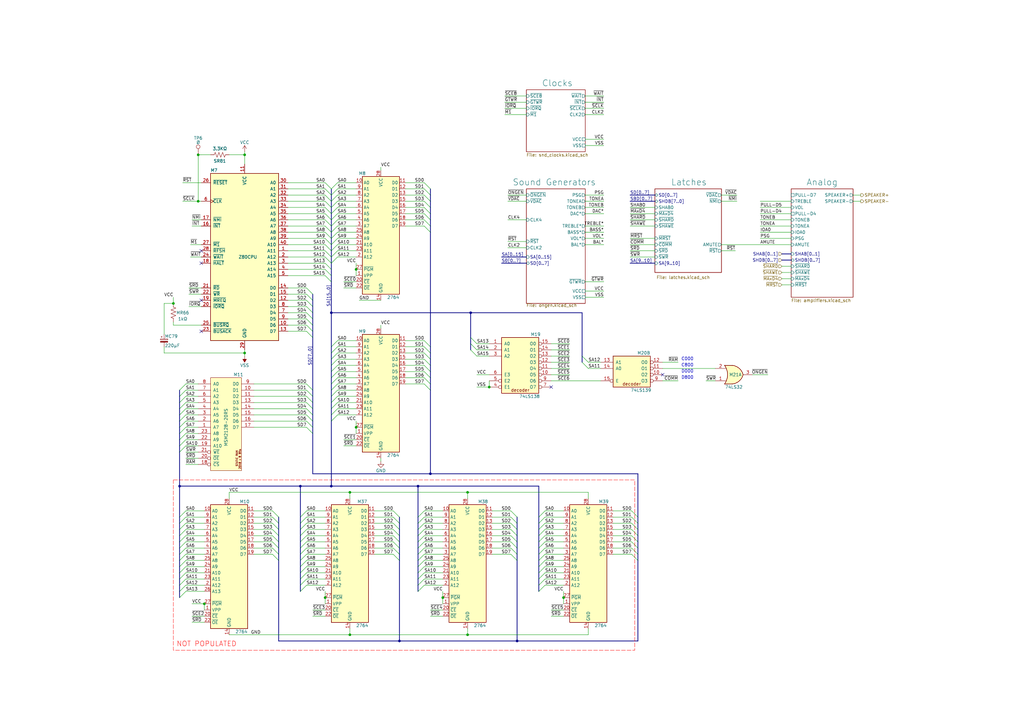
<source format=kicad_sch>
(kicad_sch (version 20231120) (generator "eeschema") (generator_version "8.0")
  (paper "A3")
  (title_block (title "Sound Board") (date "2024-11-16") (company "JOTEGO") (comment 1 "www.patreon.com/jotego") (comment 2 "José Tejada"))
  (junction (at 146.05 175.26))
  (junction (at 71.12 124.46))
  (junction (at 191.77 260.35))
  (junction (at 171.45 199.39))
  (junction (at 81.28 82.55))
  (junction (at 100.33 144.78))
  (junction (at 231.14 245.11))
  (junction (at 193.04 128.27))
  (junction (at 133.35 245.11))
  (junction (at 163.83 262.89))
  (junction (at 191.77 201.93))
  (junction (at 81.28 63.5))
  (junction (at 143.51 201.93))
  (junction (at 181.61 245.11))
  (junction (at 83.82 247.65))
  (junction (at 200.66 158.75))
  (junction (at 100.33 63.5))
  (junction (at 135.89 199.39))
  (junction (at 176.53 194.31))
  (junction (at 146.05 110.49))
  (junction (at 143.51 260.35))
  (junction (at 212.09 262.89))
  (junction (at 135.89 128.27))
  (junction (at 73.66 199.39))
  (junction (at 123.19 199.39))
  (no_connect (at 271.78 153.67))
  (no_connect (at 82.55 123.19))
  (no_connect (at 82.55 102.87))
  (no_connect (at 226.06 158.75))
  (no_connect (at 82.55 135.89))
  (no_connect (at 82.55 107.95))
  (bus_entry (at 138.43 92.71) (size -2.54 2.54))
  (bus_entry (at 223.52 217.17) (size -2.54 2.54))
  (bus_entry (at 259.08 212.09) (size 2.54 2.54))
  (bus_entry (at 76.2 162.56) (size -2.54 2.54))
  (bus_entry (at 76.2 237.49) (size -2.54 2.54))
  (bus_entry (at 133.35 100.33) (size 2.54 2.54))
  (bus_entry (at 173.99 222.25) (size -2.54 2.54))
  (bus_entry (at 138.43 102.87) (size -2.54 2.54))
  (bus_entry (at 173.99 219.71) (size -2.54 2.54))
  (bus_entry (at 76.2 182.88) (size -2.54 2.54))
  (bus_entry (at 125.73 234.95) (size -2.54 2.54))
  (bus_entry (at 173.99 92.71) (size 2.54 2.54))
  (bus_entry (at 76.2 232.41) (size -2.54 2.54))
  (bus_entry (at 161.29 224.79) (size 2.54 2.54))
  (bus_entry (at 161.29 217.17) (size 2.54 2.54))
  (bus_entry (at 223.52 229.87) (size -2.54 2.54))
  (bus_entry (at 259.08 224.79) (size 2.54 2.54))
  (bus_entry (at 138.43 170.18) (size -2.54 2.54))
  (bus_entry (at 125.73 222.25) (size -2.54 2.54))
  (bus_entry (at 173.99 229.87) (size -2.54 2.54))
  (bus_entry (at 223.52 209.55) (size -2.54 2.54))
  (bus_entry (at 223.52 227.33) (size -2.54 2.54))
  (bus_entry (at 125.73 128.27) (size 2.54 2.54))
  (bus_entry (at 209.55 224.79) (size 2.54 2.54))
  (bus_entry (at 111.76 222.25) (size 2.54 2.54))
  (bus_entry (at 161.29 212.09) (size 2.54 2.54))
  (bus_entry (at 133.35 82.55) (size 2.54 2.54))
  (bus_entry (at 125.73 224.79) (size -2.54 2.54))
  (bus_entry (at 111.76 214.63) (size 2.54 2.54))
  (bus_entry (at 76.2 209.55) (size -2.54 2.54))
  (bus_entry (at 161.29 227.33) (size 2.54 2.54))
  (bus_entry (at 138.43 165.1) (size -2.54 2.54))
  (bus_entry (at 193.04 138.43) (size 2.54 2.54))
  (bus_entry (at 173.99 90.17) (size 2.54 2.54))
  (bus_entry (at 76.2 217.17) (size -2.54 2.54))
  (bus_entry (at 173.99 152.4) (size 2.54 2.54))
  (bus_entry (at 133.35 107.95) (size 2.54 2.54))
  (bus_entry (at 138.43 82.55) (size -2.54 2.54))
  (bus_entry (at 173.99 139.7) (size 2.54 2.54))
  (bus_entry (at 133.35 85.09) (size 2.54 2.54))
  (bus_entry (at 223.52 240.03) (size -2.54 2.54))
  (bus_entry (at 125.73 120.65) (size 2.54 2.54))
  (bus_entry (at 76.2 222.25) (size -2.54 2.54))
  (bus_entry (at 133.35 92.71) (size 2.54 2.54))
  (bus_entry (at 209.55 209.55) (size 2.54 2.54))
  (bus_entry (at 209.55 217.17) (size 2.54 2.54))
  (bus_entry (at 76.2 229.87) (size -2.54 2.54))
  (bus_entry (at 125.73 133.35) (size 2.54 2.54))
  (bus_entry (at 111.76 217.17) (size 2.54 2.54))
  (bus_entry (at 76.2 242.57) (size -2.54 2.54))
  (bus_entry (at 125.73 217.17) (size -2.54 2.54))
  (bus_entry (at 133.35 97.79) (size 2.54 2.54))
  (bus_entry (at 76.2 219.71) (size -2.54 2.54))
  (bus_entry (at 209.55 227.33) (size 2.54 2.54))
  (bus_entry (at 138.43 77.47) (size -2.54 2.54))
  (bus_entry (at 125.73 118.11) (size 2.54 2.54))
  (bus_entry (at 76.2 165.1) (size -2.54 2.54))
  (bus_entry (at 138.43 95.25) (size -2.54 2.54))
  (bus_entry (at 111.76 224.79) (size 2.54 2.54))
  (bus_entry (at 133.35 113.03) (size 2.54 2.54))
  (bus_entry (at 238.76 146.05) (size 2.54 2.54))
  (bus_entry (at 223.52 237.49) (size -2.54 2.54))
  (bus_entry (at 138.43 167.64) (size -2.54 2.54))
  (bus_entry (at 76.2 180.34) (size -2.54 2.54))
  (bus_entry (at 173.99 82.55) (size 2.54 2.54))
  (bus_entry (at 138.43 85.09) (size -2.54 2.54))
  (bus_entry (at 173.99 224.79) (size -2.54 2.54))
  (bus_entry (at 173.99 234.95) (size -2.54 2.54))
  (bus_entry (at 125.73 130.81) (size 2.54 2.54))
  (bus_entry (at 125.73 219.71) (size -2.54 2.54))
  (bus_entry (at 138.43 80.01) (size -2.54 2.54))
  (bus_entry (at 138.43 105.41) (size -2.54 2.54))
  (bus_entry (at 238.76 148.59) (size 2.54 2.54))
  (bus_entry (at 76.2 227.33) (size -2.54 2.54))
  (bus_entry (at 138.43 160.02) (size -2.54 2.54))
  (bus_entry (at 76.2 234.95) (size -2.54 2.54))
  (bus_entry (at 76.2 167.64) (size -2.54 2.54))
  (bus_entry (at 125.73 214.63) (size -2.54 2.54))
  (bus_entry (at 76.2 160.02) (size -2.54 2.54))
  (bus_entry (at 76.2 157.48) (size -2.54 2.54))
  (bus_entry (at 193.04 143.51) (size 2.54 2.54))
  (bus_entry (at 111.76 227.33) (size 2.54 2.54))
  (bus_entry (at 76.2 170.18) (size -2.54 2.54))
  (bus_entry (at 173.99 232.41) (size -2.54 2.54))
  (bus_entry (at 173.99 154.94) (size 2.54 2.54))
  (bus_entry (at 133.35 95.25) (size 2.54 2.54))
  (bus_entry (at 138.43 162.56) (size -2.54 2.54))
  (bus_entry (at 161.29 214.63) (size 2.54 2.54))
  (bus_entry (at 138.43 147.32) (size -2.54 2.54))
  (bus_entry (at 223.52 212.09) (size -2.54 2.54))
  (bus_entry (at 76.2 224.79) (size -2.54 2.54))
  (bus_entry (at 173.99 80.01) (size 2.54 2.54))
  (bus_entry (at 111.76 209.55) (size 2.54 2.54))
  (bus_entry (at 173.99 217.17) (size -2.54 2.54))
  (bus_entry (at 223.52 214.63) (size -2.54 2.54))
  (bus_entry (at 125.73 167.64) (size 2.54 2.54))
  (bus_entry (at 223.52 224.79) (size -2.54 2.54))
  (bus_entry (at 125.73 229.87) (size -2.54 2.54))
  (bus_entry (at 125.73 237.49) (size -2.54 2.54))
  (bus_entry (at 125.73 170.18) (size 2.54 2.54))
  (bus_entry (at 223.52 222.25) (size -2.54 2.54))
  (bus_entry (at 173.99 214.63) (size -2.54 2.54))
  (bus_entry (at 76.2 212.09) (size -2.54 2.54))
  (bus_entry (at 138.43 90.17) (size -2.54 2.54))
  (bus_entry (at 161.29 209.55) (size 2.54 2.54))
  (bus_entry (at 133.35 110.49) (size 2.54 2.54))
  (bus_entry (at 209.55 214.63) (size 2.54 2.54))
  (bus_entry (at 173.99 240.03) (size -2.54 2.54))
  (bus_entry (at 125.73 240.03) (size -2.54 2.54))
  (bus_entry (at 173.99 77.47) (size 2.54 2.54))
  (bus_entry (at 161.29 219.71) (size 2.54 2.54))
  (bus_entry (at 259.08 222.25) (size 2.54 2.54))
  (bus_entry (at 173.99 237.49) (size -2.54 2.54))
  (bus_entry (at 125.73 212.09) (size -2.54 2.54))
  (bus_entry (at 138.43 144.78) (size -2.54 2.54))
  (bus_entry (at 138.43 157.48) (size -2.54 2.54))
  (bus_entry (at 133.35 102.87) (size 2.54 2.54))
  (bus_entry (at 223.52 219.71) (size -2.54 2.54))
  (bus_entry (at 223.52 232.41) (size -2.54 2.54))
  (bus_entry (at 133.35 77.47) (size 2.54 2.54))
  (bus_entry (at 125.73 209.55) (size -2.54 2.54))
  (bus_entry (at 138.43 149.86) (size -2.54 2.54))
  (bus_entry (at 133.35 105.41) (size 2.54 2.54))
  (bus_entry (at 193.04 140.97) (size 2.54 2.54))
  (bus_entry (at 138.43 97.79) (size -2.54 2.54))
  (bus_entry (at 133.35 90.17) (size 2.54 2.54))
  (bus_entry (at 133.35 80.01) (size 2.54 2.54))
  (bus_entry (at 125.73 160.02) (size 2.54 2.54))
  (bus_entry (at 111.76 219.71) (size 2.54 2.54))
  (bus_entry (at 76.2 172.72) (size -2.54 2.54))
  (bus_entry (at 223.52 234.95) (size -2.54 2.54))
  (bus_entry (at 76.2 177.8) (size -2.54 2.54))
  (bus_entry (at 209.55 219.71) (size 2.54 2.54))
  (bus_entry (at 173.99 87.63) (size 2.54 2.54))
  (bus_entry (at 76.2 240.03) (size -2.54 2.54))
  (bus_entry (at 138.43 142.24) (size -2.54 2.54))
  (bus_entry (at 138.43 100.33) (size -2.54 2.54))
  (bus_entry (at 125.73 125.73) (size 2.54 2.54))
  (bus_entry (at 173.99 227.33) (size -2.54 2.54))
  (bus_entry (at 173.99 147.32) (size 2.54 2.54))
  (bus_entry (at 125.73 157.48) (size 2.54 2.54))
  (bus_entry (at 259.08 209.55) (size 2.54 2.54))
  (bus_entry (at 125.73 162.56) (size 2.54 2.54))
  (bus_entry (at 111.76 212.09) (size 2.54 2.54))
  (bus_entry (at 259.08 217.17) (size 2.54 2.54))
  (bus_entry (at 173.99 157.48) (size 2.54 2.54))
  (bus_entry (at 173.99 142.24) (size 2.54 2.54))
  (bus_entry (at 138.43 74.93) (size -2.54 2.54))
  (bus_entry (at 138.43 154.94) (size -2.54 2.54))
  (bus_entry (at 138.43 152.4) (size -2.54 2.54))
  (bus_entry (at 173.99 144.78) (size 2.54 2.54))
  (bus_entry (at 209.55 222.25) (size 2.54 2.54))
  (bus_entry (at 259.08 227.33) (size 2.54 2.54))
  (bus_entry (at 125.73 172.72) (size 2.54 2.54))
  (bus_entry (at 259.08 214.63) (size 2.54 2.54))
  (bus_entry (at 209.55 212.09) (size 2.54 2.54))
  (bus_entry (at 173.99 149.86) (size 2.54 2.54))
  (bus_entry (at 173.99 74.93) (size 2.54 2.54))
  (bus_entry (at 133.35 74.93) (size 2.54 2.54))
  (bus_entry (at 173.99 209.55) (size -2.54 2.54))
  (bus_entry (at 138.43 139.7) (size -2.54 2.54))
  (bus_entry (at 161.29 222.25) (size 2.54 2.54))
  (bus_entry (at 133.35 87.63) (size 2.54 2.54))
  (bus_entry (at 76.2 175.26) (size -2.54 2.54))
  (bus_entry (at 125.73 165.1) (size 2.54 2.54))
  (bus_entry (at 76.2 214.63) (size -2.54 2.54))
  (bus_entry (at 259.08 219.71) (size 2.54 2.54))
  (bus_entry (at 125.73 135.89) (size 2.54 2.54))
  (bus_entry (at 125.73 123.19) (size 2.54 2.54))
  (bus_entry (at 125.73 175.26) (size 2.54 2.54))
  (bus_entry (at 138.43 87.63) (size -2.54 2.54))
  (bus_entry (at 173.99 212.09) (size -2.54 2.54))
  (bus_entry (at 125.73 232.41) (size -2.54 2.54))
  (bus_entry (at 173.99 85.09) (size 2.54 2.54))
  (bus_entry (at 125.73 227.33) (size -2.54 2.54))
  (wire (pts (xy 146.05 144.78) (xy 138.43 144.78)))
  (wire (pts (xy 208.28 101.6) (xy 215.9 101.6)))
  (wire (pts (xy 240.03 97.79) (xy 247.65 97.79)))
  (bus (pts (xy 176.53 92.71) (xy 176.53 95.25)))
  (wire (pts (xy 201.93 219.71) (xy 209.55 219.71)))
  (wire (pts (xy 118.11 130.81) (xy 125.73 130.81)))
  (bus (pts (xy 163.83 214.63) (xy 163.83 212.09)))
  (bus (pts (xy 220.98 224.79) (xy 220.98 222.25)))
  (wire (pts (xy 81.28 63.5) (xy 81.28 82.55)))
  (bus (pts (xy 320.675 104.14) (xy 324.485 104.14)))
  (bus (pts (xy 261.62 194.31) (xy 261.62 212.09)))
  (bus (pts (xy 171.45 222.25) (xy 171.45 224.79)))
  (wire (pts (xy 153.67 212.09) (xy 161.29 212.09)))
  (wire (pts (xy 191.77 260.35) (xy 191.77 257.81)))
  (wire (pts (xy 271.78 148.59) (xy 278.13 148.59)))
  (wire (pts (xy 251.46 209.55) (xy 259.08 209.55)))
  (bus (pts (xy 135.89 172.72) (xy 135.89 199.39)))
  (wire (pts (xy 118.11 95.25) (xy 133.35 95.25)))
  (wire (pts (xy 76.2 160.02) (xy 81.28 160.02)))
  (wire (pts (xy 133.35 240.03) (xy 125.73 240.03)))
  (wire (pts (xy 289.56 156.21) (xy 293.37 156.21)))
  (wire (pts (xy 118.11 133.35) (xy 125.73 133.35)))
  (wire (pts (xy 231.14 227.33) (xy 223.52 227.33)))
  (wire (pts (xy 201.93 217.17) (xy 209.55 217.17)))
  (wire (pts (xy 240.03 87.63) (xy 247.65 87.63)))
  (bus (pts (xy 171.45 232.41) (xy 171.45 234.95)))
  (wire (pts (xy 104.14 162.56) (xy 125.73 162.56)))
  (bus (pts (xy 123.19 199.39) (xy 135.89 199.39)))
  (wire (pts (xy 146.05 167.64) (xy 138.43 167.64)))
  (wire (pts (xy 83.82 247.65) (xy 83.82 250.19)))
  (wire (pts (xy 76.2 187.96) (xy 81.28 187.96)))
  (wire (pts (xy 78.74 255.27) (xy 83.82 255.27)))
  (wire (pts (xy 118.11 118.11) (xy 125.73 118.11)))
  (bus (pts (xy 128.27 120.65) (xy 128.27 123.19)))
  (bus (pts (xy 212.09 214.63) (xy 212.09 217.17)))
  (wire (pts (xy 146.05 147.32) (xy 138.43 147.32)))
  (wire (pts (xy 118.11 107.95) (xy 133.35 107.95)))
  (bus (pts (xy 171.45 229.87) (xy 171.45 232.41)))
  (bus (pts (xy 135.89 157.48) (xy 135.89 160.02)))
  (bus (pts (xy 73.66 227.33) (xy 73.66 224.79)))
  (bus (pts (xy 135.89 80.01) (xy 135.89 82.55)))
  (wire (pts (xy 143.51 201.93) (xy 191.77 201.93)))
  (wire (pts (xy 181.61 232.41) (xy 173.99 232.41)))
  (wire (pts (xy 146.05 74.93) (xy 138.43 74.93)))
  (wire (pts (xy 78.74 92.71) (xy 82.55 92.71)))
  (wire (pts (xy 181.61 229.87) (xy 173.99 229.87)))
  (wire (pts (xy 251.46 224.79) (xy 259.08 224.79)))
  (wire (pts (xy 240.03 115.57) (xy 247.65 115.57)))
  (wire (pts (xy 258.445 97.79) (xy 268.605 97.79)))
  (bus (pts (xy 176.53 95.25) (xy 176.53 142.24)))
  (wire (pts (xy 181.61 214.63) (xy 173.99 214.63)))
  (wire (pts (xy 100.33 62.23) (xy 100.33 63.5)))
  (wire (pts (xy 67.31 144.78) (xy 100.33 144.78)))
  (wire (pts (xy 258.445 85.09) (xy 268.605 85.09)))
  (bus (pts (xy 128.27 170.18) (xy 128.27 172.72)))
  (wire (pts (xy 166.37 92.71) (xy 173.99 92.71)))
  (wire (pts (xy 208.28 90.17) (xy 215.9 90.17)))
  (bus (pts (xy 176.53 154.94) (xy 176.53 157.48)))
  (wire (pts (xy 81.28 82.55) (xy 82.55 82.55)))
  (wire (pts (xy 166.37 90.17) (xy 173.99 90.17)))
  (wire (pts (xy 78.105 105.41) (xy 82.55 105.41)))
  (bus (pts (xy 128.27 128.27) (xy 128.27 130.81)))
  (wire (pts (xy 118.11 120.65) (xy 125.73 120.65)))
  (wire (pts (xy 166.37 157.48) (xy 173.99 157.48)))
  (wire (pts (xy 231.14 229.87) (xy 223.52 229.87)))
  (wire (pts (xy 166.37 142.24) (xy 173.99 142.24)))
  (wire (pts (xy 83.82 209.55) (xy 76.2 209.55)))
  (bus (pts (xy 176.53 142.24) (xy 176.53 144.78)))
  (wire (pts (xy 93.98 201.93) (xy 143.51 201.93)))
  (wire (pts (xy 201.93 224.79) (xy 209.55 224.79)))
  (wire (pts (xy 71.12 121.92) (xy 71.12 124.46)))
  (wire (pts (xy 118.11 100.33) (xy 133.35 100.33)))
  (bus (pts (xy 171.45 217.17) (xy 171.45 219.71)))
  (wire (pts (xy 207.01 46.99) (xy 215.9 46.99)))
  (wire (pts (xy 153.67 222.25) (xy 161.29 222.25)))
  (wire (pts (xy 146.05 95.25) (xy 138.43 95.25)))
  (bus (pts (xy 114.3 219.71) (xy 114.3 222.25)))
  (wire (pts (xy 118.11 102.87) (xy 133.35 102.87)))
  (bus (pts (xy 135.89 100.33) (xy 135.89 102.87)))
  (wire (pts (xy 181.61 217.17) (xy 173.99 217.17)))
  (bus (pts (xy 193.04 128.27) (xy 193.04 138.43)))
  (wire (pts (xy 83.82 212.09) (xy 76.2 212.09)))
  (bus (pts (xy 135.89 102.87) (xy 135.89 105.41)))
  (wire (pts (xy 118.11 80.01) (xy 133.35 80.01)))
  (bus (pts (xy 212.09 222.25) (xy 212.09 224.79)))
  (bus (pts (xy 73.66 234.95) (xy 73.66 232.41)))
  (wire (pts (xy 195.58 143.51) (xy 200.66 143.51)))
  (bus (pts (xy 220.98 222.25) (xy 220.98 219.71)))
  (wire (pts (xy 146.05 162.56) (xy 138.43 162.56)))
  (wire (pts (xy 320.675 114.3) (xy 324.485 114.3)))
  (bus (pts (xy 135.89 170.18) (xy 135.89 172.72)))
  (bus (pts (xy 258.445 80.01) (xy 268.605 80.01)))
  (bus (pts (xy 135.89 90.17) (xy 135.89 92.71)))
  (wire (pts (xy 166.37 82.55) (xy 173.99 82.55)))
  (wire (pts (xy 104.14 165.1) (xy 125.73 165.1)))
  (bus (pts (xy 135.89 113.03) (xy 135.89 115.57)))
  (bus (pts (xy 123.19 222.25) (xy 123.19 224.79)))
  (wire (pts (xy 166.37 144.78) (xy 173.99 144.78)))
  (bus (pts (xy 135.89 128.27) (xy 193.04 128.27)))
  (bus (pts (xy 135.89 144.78) (xy 135.89 147.32)))
  (bus (pts (xy 128.27 123.19) (xy 128.27 125.73)))
  (wire (pts (xy 207.01 39.37) (xy 215.9 39.37)))
  (bus (pts (xy 258.445 107.95) (xy 268.605 107.95)))
  (wire (pts (xy 104.14 175.26) (xy 125.73 175.26)))
  (wire (pts (xy 241.3 201.93) (xy 241.3 204.47)))
  (wire (pts (xy 133.35 222.25) (xy 125.73 222.25)))
  (bus (pts (xy 220.98 219.71) (xy 220.98 217.17)))
  (bus (pts (xy 171.45 219.71) (xy 171.45 222.25)))
  (wire (pts (xy 226.06 148.59) (xy 233.68 148.59)))
  (bus (pts (xy 176.53 82.55) (xy 176.53 85.09)))
  (wire (pts (xy 146.05 92.71) (xy 138.43 92.71)))
  (bus (pts (xy 128.27 167.64) (xy 128.27 170.18)))
  (wire (pts (xy 146.05 142.24) (xy 138.43 142.24)))
  (wire (pts (xy 240.03 121.92) (xy 247.65 121.92)))
  (bus (pts (xy 135.89 160.02) (xy 135.89 162.56)))
  (bus (pts (xy 220.98 237.49) (xy 220.98 234.95)))
  (wire (pts (xy 146.05 87.63) (xy 138.43 87.63)))
  (bus (pts (xy 261.62 217.17) (xy 261.62 219.71)))
  (wire (pts (xy 231.14 217.17) (xy 223.52 217.17)))
  (wire (pts (xy 146.05 100.33) (xy 138.43 100.33)))
  (bus (pts (xy 193.04 138.43) (xy 193.04 140.97)))
  (bus (pts (xy 163.83 224.79) (xy 163.83 222.25)))
  (bus (pts (xy 163.83 222.25) (xy 163.83 219.71)))
  (wire (pts (xy 226.06 153.67) (xy 233.68 153.67)))
  (wire (pts (xy 181.61 212.09) (xy 173.99 212.09)))
  (wire (pts (xy 156.21 133.35) (xy 156.21 134.62)))
  (bus (pts (xy 73.66 185.42) (xy 73.66 199.39)))
  (bus (pts (xy 205.74 107.95) (xy 215.9 107.95)))
  (wire (pts (xy 146.05 105.41) (xy 138.43 105.41)))
  (wire (pts (xy 118.11 90.17) (xy 133.35 90.17)))
  (bus (pts (xy 171.45 224.79) (xy 171.45 227.33)))
  (wire (pts (xy 146.05 175.26) (xy 146.05 177.8)))
  (wire (pts (xy 208.28 82.55) (xy 215.9 82.55)))
  (bus (pts (xy 128.27 177.8) (xy 128.27 194.31)))
  (bus (pts (xy 163.83 262.89) (xy 163.83 229.87)))
  (wire (pts (xy 118.11 128.27) (xy 125.73 128.27)))
  (bus (pts (xy 176.53 144.78) (xy 176.53 147.32)))
  (wire (pts (xy 166.37 77.47) (xy 173.99 77.47)))
  (wire (pts (xy 118.11 97.79) (xy 133.35 97.79)))
  (bus (pts (xy 176.53 152.4) (xy 176.53 154.94)))
  (wire (pts (xy 104.14 157.48) (xy 125.73 157.48)))
  (wire (pts (xy 231.14 234.95) (xy 223.52 234.95)))
  (wire (pts (xy 76.2 175.26) (xy 81.28 175.26)))
  (bus (pts (xy 171.45 227.33) (xy 171.45 229.87)))
  (wire (pts (xy 308.61 153.67) (xy 314.96 153.67)))
  (wire (pts (xy 83.82 214.63) (xy 76.2 214.63)))
  (wire (pts (xy 240.03 46.99) (xy 247.65 46.99)))
  (wire (pts (xy 240.03 44.45) (xy 247.65 44.45)))
  (wire (pts (xy 104.14 217.17) (xy 111.76 217.17)))
  (wire (pts (xy 240.03 59.69) (xy 247.65 59.69)))
  (wire (pts (xy 146.05 97.79) (xy 138.43 97.79)))
  (wire (pts (xy 77.47 125.73) (xy 82.55 125.73)))
  (bus (pts (xy 135.89 142.24) (xy 135.89 144.78)))
  (bus (pts (xy 135.89 105.41) (xy 135.89 107.95)))
  (wire (pts (xy 181.61 245.11) (xy 181.61 247.65)))
  (wire (pts (xy 226.06 143.51) (xy 233.68 143.51)))
  (wire (pts (xy 241.3 148.59) (xy 246.38 148.59)))
  (wire (pts (xy 226.06 156.21) (xy 246.38 156.21)))
  (wire (pts (xy 240.03 95.25) (xy 247.65 95.25)))
  (bus (pts (xy 135.89 115.57) (xy 135.89 128.27)))
  (wire (pts (xy 146.05 139.7) (xy 138.43 139.7)))
  (wire (pts (xy 231.14 237.49) (xy 223.52 237.49)))
  (bus (pts (xy 176.53 85.09) (xy 176.53 87.63)))
  (wire (pts (xy 251.46 219.71) (xy 259.08 219.71)))
  (wire (pts (xy 226.06 146.05) (xy 233.68 146.05)))
  (wire (pts (xy 176.53 252.73) (xy 181.61 252.73)))
  (wire (pts (xy 240.03 39.37) (xy 247.65 39.37)))
  (bus (pts (xy 163.83 227.33) (xy 163.83 224.79)))
  (wire (pts (xy 76.2 242.57) (xy 83.82 242.57)))
  (bus (pts (xy 135.89 82.55) (xy 135.89 85.09)))
  (bus (pts (xy 176.53 157.48) (xy 176.53 160.02)))
  (wire (pts (xy 166.37 80.01) (xy 173.99 80.01)))
  (bus (pts (xy 135.89 110.49) (xy 135.89 113.03)))
  (bus (pts (xy 163.83 219.71) (xy 163.83 217.17)))
  (bus (pts (xy 261.62 262.89) (xy 212.09 262.89)))
  (bus (pts (xy 171.45 199.39) (xy 220.98 199.39)))
  (wire (pts (xy 166.37 152.4) (xy 173.99 152.4)))
  (bus (pts (xy 176.53 80.01) (xy 176.53 82.55)))
  (wire (pts (xy 76.2 170.18) (xy 81.28 170.18)))
  (wire (pts (xy 78.74 90.17) (xy 82.55 90.17)))
  (wire (pts (xy 83.82 234.95) (xy 76.2 234.95)))
  (wire (pts (xy 67.31 142.24) (xy 67.31 144.78)))
  (bus (pts (xy 73.66 170.18) (xy 73.66 172.72)))
  (wire (pts (xy 240.03 80.01) (xy 247.65 80.01)))
  (wire (pts (xy 320.675 116.84) (xy 324.485 116.84)))
  (bus (pts (xy 135.89 92.71) (xy 135.89 95.25)))
  (bus (pts (xy 135.89 87.63) (xy 135.89 90.17)))
  (wire (pts (xy 231.14 212.09) (xy 223.52 212.09)))
  (bus (pts (xy 123.19 240.03) (xy 123.19 242.57)))
  (wire (pts (xy 104.14 167.64) (xy 125.73 167.64)))
  (wire (pts (xy 82.55 133.35) (xy 71.12 133.35)))
  (wire (pts (xy 133.35 232.41) (xy 125.73 232.41)))
  (wire (pts (xy 133.35 214.63) (xy 125.73 214.63)))
  (wire (pts (xy 181.61 242.57) (xy 181.61 245.11)))
  (wire (pts (xy 83.82 227.33) (xy 76.2 227.33)))
  (bus (pts (xy 163.83 229.87) (xy 163.83 227.33)))
  (wire (pts (xy 118.11 135.89) (xy 125.73 135.89)))
  (wire (pts (xy 231.14 232.41) (xy 223.52 232.41)))
  (bus (pts (xy 123.19 232.41) (xy 123.19 234.95)))
  (wire (pts (xy 153.67 227.33) (xy 161.29 227.33)))
  (wire (pts (xy 146.05 165.1) (xy 138.43 165.1)))
  (wire (pts (xy 146.05 149.86) (xy 138.43 149.86)))
  (bus (pts (xy 176.53 194.31) (xy 261.62 194.31)))
  (wire (pts (xy 140.97 180.34) (xy 146.05 180.34)))
  (wire (pts (xy 140.97 182.88) (xy 146.05 182.88)))
  (bus (pts (xy 123.19 234.95) (xy 123.19 237.49)))
  (wire (pts (xy 133.35 227.33) (xy 125.73 227.33)))
  (wire (pts (xy 83.82 217.17) (xy 76.2 217.17)))
  (wire (pts (xy 83.82 237.49) (xy 76.2 237.49)))
  (wire (pts (xy 104.14 214.63) (xy 111.76 214.63)))
  (wire (pts (xy 278.13 156.21) (xy 271.78 156.21)))
  (wire (pts (xy 191.77 201.93) (xy 191.77 204.47)))
  (wire (pts (xy 349.885 80.01) (xy 353.06 80.01)))
  (bus (pts (xy 205.74 105.41) (xy 215.9 105.41)))
  (wire (pts (xy 191.77 201.93) (xy 241.3 201.93)))
  (bus (pts (xy 73.66 217.17) (xy 73.66 214.63)))
  (wire (pts (xy 240.03 92.71) (xy 247.65 92.71)))
  (bus (pts (xy 193.04 140.97) (xy 193.04 143.51)))
  (wire (pts (xy 295.91 102.87) (xy 301.625 102.87)))
  (bus (pts (xy 320.675 106.68) (xy 324.485 106.68)))
  (wire (pts (xy 81.28 63.5) (xy 86.36 63.5)))
  (bus (pts (xy 220.98 242.57) (xy 220.98 240.03)))
  (wire (pts (xy 166.37 74.93) (xy 173.99 74.93)))
  (wire (pts (xy 181.61 222.25) (xy 173.99 222.25)))
  (bus (pts (xy 212.09 212.09) (xy 212.09 214.63)))
  (bus (pts (xy 114.3 212.09) (xy 114.3 214.63)))
  (wire (pts (xy 118.11 85.09) (xy 133.35 85.09)))
  (wire (pts (xy 153.67 219.71) (xy 161.29 219.71)))
  (wire (pts (xy 295.91 80.01) (xy 302.26 80.01)))
  (wire (pts (xy 195.58 158.75) (xy 200.66 158.75)))
  (bus (pts (xy 176.53 147.32) (xy 176.53 149.86)))
  (wire (pts (xy 83.82 222.25) (xy 76.2 222.25)))
  (wire (pts (xy 240.03 119.38) (xy 247.65 119.38)))
  (wire (pts (xy 311.785 85.09) (xy 324.485 85.09)))
  (wire (pts (xy 311.785 92.71) (xy 324.485 92.71)))
  (bus (pts (xy 123.19 229.87) (xy 123.19 232.41)))
  (bus (pts (xy 128.27 125.73) (xy 128.27 128.27)))
  (wire (pts (xy 76.2 180.34) (xy 81.28 180.34)))
  (wire (pts (xy 76.2 167.64) (xy 81.28 167.64)))
  (bus (pts (xy 128.27 162.56) (xy 128.27 165.1)))
  (wire (pts (xy 146.05 157.48) (xy 138.43 157.48)))
  (wire (pts (xy 104.14 160.02) (xy 125.73 160.02)))
  (wire (pts (xy 176.53 250.19) (xy 181.61 250.19)))
  (bus (pts (xy 212.09 227.33) (xy 212.09 229.87)))
  (bus (pts (xy 261.62 227.33) (xy 261.62 229.87)))
  (bus (pts (xy 261.62 212.09) (xy 261.62 214.63)))
  (wire (pts (xy 153.67 224.79) (xy 161.29 224.79)))
  (bus (pts (xy 220.98 212.09) (xy 220.98 199.39)))
  (bus (pts (xy 73.66 212.09) (xy 73.66 199.39)))
  (wire (pts (xy 181.61 209.55) (xy 173.99 209.55)))
  (wire (pts (xy 201.93 209.55) (xy 209.55 209.55)))
  (wire (pts (xy 166.37 85.09) (xy 173.99 85.09)))
  (bus (pts (xy 114.3 229.87) (xy 114.3 262.89)))
  (wire (pts (xy 295.91 82.55) (xy 302.26 82.55)))
  (bus (pts (xy 73.66 242.57) (xy 73.66 245.11)))
  (wire (pts (xy 226.06 151.13) (xy 233.68 151.13)))
  (bus (pts (xy 73.66 232.41) (xy 73.66 229.87)))
  (bus (pts (xy 261.62 229.87) (xy 261.62 262.89)))
  (wire (pts (xy 83.82 224.79) (xy 76.2 224.79)))
  (bus (pts (xy 128.27 133.35) (xy 128.27 135.89)))
  (wire (pts (xy 76.2 177.8) (xy 81.28 177.8)))
  (wire (pts (xy 104.14 212.09) (xy 111.76 212.09)))
  (wire (pts (xy 77.47 120.65) (xy 82.55 120.65)))
  (wire (pts (xy 146.05 82.55) (xy 138.43 82.55)))
  (wire (pts (xy 166.37 147.32) (xy 173.99 147.32)))
  (wire (pts (xy 76.2 162.56) (xy 81.28 162.56)))
  (wire (pts (xy 201.93 227.33) (xy 209.55 227.33)))
  (wire (pts (xy 104.14 209.55) (xy 111.76 209.55)))
  (wire (pts (xy 67.31 124.46) (xy 67.31 137.16)))
  (bus (pts (xy 220.98 234.95) (xy 220.98 232.41)))
  (wire (pts (xy 258.445 90.17) (xy 268.605 90.17)))
  (wire (pts (xy 153.67 209.55) (xy 161.29 209.55)))
  (bus (pts (xy 135.89 97.79) (xy 135.89 100.33)))
  (bus (pts (xy 171.45 212.09) (xy 171.45 214.63)))
  (wire (pts (xy 195.58 153.67) (xy 200.66 153.67)))
  (wire (pts (xy 118.11 77.47) (xy 133.35 77.47)))
  (bus (pts (xy 123.19 217.17) (xy 123.19 219.71)))
  (wire (pts (xy 146.05 152.4) (xy 138.43 152.4)))
  (bus (pts (xy 261.62 219.71) (xy 261.62 222.25)))
  (wire (pts (xy 201.93 212.09) (xy 209.55 212.09)))
  (wire (pts (xy 226.06 140.97) (xy 233.68 140.97)))
  (wire (pts (xy 74.93 82.55) (xy 81.28 82.55)))
  (bus (pts (xy 220.98 240.03) (xy 220.98 237.49)))
  (wire (pts (xy 146.05 160.02) (xy 138.43 160.02)))
  (bus (pts (xy 220.98 214.63) (xy 220.98 212.09)))
  (bus (pts (xy 176.53 149.86) (xy 176.53 152.4)))
  (bus (pts (xy 135.89 154.94) (xy 135.89 157.48)))
  (wire (pts (xy 118.11 74.93) (xy 133.35 74.93)))
  (wire (pts (xy 76.2 157.48) (xy 81.28 157.48)))
  (bus (pts (xy 73.66 175.26) (xy 73.66 177.8)))
  (bus (pts (xy 123.19 219.71) (xy 123.19 222.25)))
  (wire (pts (xy 104.14 227.33) (xy 111.76 227.33)))
  (wire (pts (xy 320.675 109.22) (xy 324.485 109.22)))
  (wire (pts (xy 231.14 240.03) (xy 223.52 240.03)))
  (wire (pts (xy 201.93 214.63) (xy 209.55 214.63)))
  (wire (pts (xy 104.14 222.25) (xy 111.76 222.25)))
  (wire (pts (xy 231.14 224.79) (xy 223.52 224.79)))
  (wire (pts (xy 146.05 154.94) (xy 138.43 154.94)))
  (wire (pts (xy 76.2 165.1) (xy 81.28 165.1)))
  (bus (pts (xy 176.53 90.17) (xy 176.53 92.71)))
  (bus (pts (xy 261.62 222.25) (xy 261.62 224.79)))
  (bus (pts (xy 128.27 138.43) (xy 128.27 160.02)))
  (wire (pts (xy 258.445 105.41) (xy 268.605 105.41)))
  (wire (pts (xy 240.03 85.09) (xy 247.65 85.09)))
  (bus (pts (xy 135.89 162.56) (xy 135.89 165.1)))
  (wire (pts (xy 166.37 87.63) (xy 173.99 87.63)))
  (bus (pts (xy 176.53 77.47) (xy 176.53 80.01)))
  (bus (pts (xy 73.66 214.63) (xy 73.66 212.09)))
  (wire (pts (xy 146.05 90.17) (xy 138.43 90.17)))
  (wire (pts (xy 104.14 172.72) (xy 125.73 172.72)))
  (wire (pts (xy 133.35 245.11) (xy 133.35 247.65)))
  (wire (pts (xy 311.785 87.63) (xy 324.485 87.63)))
  (wire (pts (xy 258.445 92.71) (xy 268.605 92.71)))
  (bus (pts (xy 261.62 224.79) (xy 261.62 227.33)))
  (wire (pts (xy 166.37 154.94) (xy 173.99 154.94)))
  (bus (pts (xy 128.27 130.81) (xy 128.27 133.35)))
  (bus (pts (xy 114.3 217.17) (xy 114.3 219.71)))
  (bus (pts (xy 114.3 222.25) (xy 114.3 224.79)))
  (wire (pts (xy 258.445 100.33) (xy 268.605 100.33)))
  (bus (pts (xy 114.3 262.89) (xy 163.83 262.89)))
  (wire (pts (xy 226.06 252.73) (xy 231.14 252.73)))
  (bus (pts (xy 123.19 224.79) (xy 123.19 227.33)))
  (wire (pts (xy 128.27 252.73) (xy 133.35 252.73)))
  (wire (pts (xy 133.35 242.57) (xy 133.35 245.11)))
  (wire (pts (xy 93.98 260.35) (xy 143.51 260.35)))
  (wire (pts (xy 181.61 227.33) (xy 173.99 227.33)))
  (bus (pts (xy 171.45 199.39) (xy 171.45 212.09)))
  (wire (pts (xy 251.46 217.17) (xy 259.08 217.17)))
  (bus (pts (xy 123.19 212.09) (xy 123.19 214.63)))
  (bus (pts (xy 220.98 217.17) (xy 220.98 214.63)))
  (wire (pts (xy 156.21 187.96) (xy 156.21 189.23)))
  (bus (pts (xy 73.66 240.03) (xy 73.66 237.49)))
  (wire (pts (xy 146.05 80.01) (xy 138.43 80.01)))
  (bus (pts (xy 135.89 128.27) (xy 135.89 142.24)))
  (wire (pts (xy 76.2 185.42) (xy 81.28 185.42)))
  (bus (pts (xy 220.98 232.41) (xy 220.98 229.87)))
  (bus (pts (xy 128.27 172.72) (xy 128.27 175.26)))
  (wire (pts (xy 77.47 118.11) (xy 82.55 118.11)))
  (wire (pts (xy 200.66 156.21) (xy 200.66 158.75)))
  (bus (pts (xy 135.89 167.64) (xy 135.89 170.18)))
  (wire (pts (xy 181.61 219.71) (xy 173.99 219.71)))
  (wire (pts (xy 231.14 242.57) (xy 231.14 245.11)))
  (wire (pts (xy 153.67 214.63) (xy 161.29 214.63)))
  (bus (pts (xy 73.66 167.64) (xy 73.66 170.18)))
  (bus (pts (xy 73.66 182.88) (xy 73.66 185.42)))
  (wire (pts (xy 81.28 190.5) (xy 76.2 190.5)))
  (wire (pts (xy 207.01 41.91) (xy 215.9 41.91)))
  (wire (pts (xy 349.885 82.55) (xy 353.06 82.55)))
  (wire (pts (xy 133.35 224.79) (xy 125.73 224.79)))
  (bus (pts (xy 128.27 194.31) (xy 176.53 194.31)))
  (bus (pts (xy 123.19 214.63) (xy 123.19 217.17)))
  (wire (pts (xy 181.61 240.03) (xy 173.99 240.03)))
  (wire (pts (xy 133.35 212.09) (xy 125.73 212.09)))
  (bus (pts (xy 220.98 229.87) (xy 220.98 227.33)))
  (wire (pts (xy 166.37 149.86) (xy 173.99 149.86)))
  (bus (pts (xy 114.3 227.33) (xy 114.3 229.87)))
  (bus (pts (xy 123.19 227.33) (xy 123.19 229.87)))
  (bus (pts (xy 128.27 175.26) (xy 128.27 177.8)))
  (bus (pts (xy 73.66 180.34) (xy 73.66 182.88)))
  (wire (pts (xy 231.14 214.63) (xy 223.52 214.63)))
  (wire (pts (xy 146.05 110.49) (xy 146.05 113.03)))
  (bus (pts (xy 220.98 227.33) (xy 220.98 224.79)))
  (wire (pts (xy 83.82 240.03) (xy 76.2 240.03)))
  (bus (pts (xy 163.83 217.17) (xy 163.83 214.63)))
  (bus (pts (xy 128.27 135.89) (xy 128.27 138.43)))
  (bus (pts (xy 73.66 172.72) (xy 73.66 175.26)))
  (wire (pts (xy 104.14 219.71) (xy 111.76 219.71)))
  (wire (pts (xy 153.67 217.17) (xy 161.29 217.17)))
  (wire (pts (xy 100.33 144.78) (xy 100.33 146.05)))
  (wire (pts (xy 140.97 118.11) (xy 146.05 118.11)))
  (wire (pts (xy 251.46 212.09) (xy 259.08 212.09)))
  (wire (pts (xy 241.3 260.35) (xy 241.3 257.81)))
  (bus (pts (xy 163.83 262.89) (xy 212.09 262.89)))
  (bus (pts (xy 171.45 237.49) (xy 171.45 240.03)))
  (wire (pts (xy 118.11 123.19) (xy 125.73 123.19)))
  (wire (pts (xy 146.05 170.18) (xy 138.43 170.18)))
  (wire (pts (xy 311.785 82.55) (xy 324.485 82.55)))
  (bus (pts (xy 135.89 149.86) (xy 135.89 152.4)))
  (bus (pts (xy 212.09 224.79) (xy 212.09 227.33)))
  (wire (pts (xy 258.445 87.63) (xy 268.605 87.63)))
  (wire (pts (xy 133.35 237.49) (xy 125.73 237.49)))
  (wire (pts (xy 231.14 219.71) (xy 223.52 219.71)))
  (bus (pts (xy 171.45 214.63) (xy 171.45 217.17)))
  (wire (pts (xy 140.97 115.57) (xy 146.05 115.57)))
  (wire (pts (xy 240.03 100.33) (xy 247.65 100.33)))
  (wire (pts (xy 271.78 151.13) (xy 293.37 151.13)))
  (bus (pts (xy 176.53 160.02) (xy 176.53 194.31)))
  (bus (pts (xy 73.66 222.25) (xy 73.66 219.71)))
  (bus (pts (xy 135.89 199.39) (xy 171.45 199.39)))
  (wire (pts (xy 251.46 214.63) (xy 259.08 214.63)))
  (wire (pts (xy 143.51 260.35) (xy 143.51 257.81)))
  (wire (pts (xy 83.82 252.73) (xy 78.74 252.73)))
  (wire (pts (xy 74.93 74.93) (xy 82.55 74.93)))
  (wire (pts (xy 311.785 97.79) (xy 324.485 97.79)))
  (bus (pts (xy 114.3 214.63) (xy 114.3 217.17)))
  (wire (pts (xy 83.82 232.41) (xy 76.2 232.41)))
  (bus (pts (xy 73.66 165.1) (xy 73.66 167.64)))
  (wire (pts (xy 208.28 99.06) (xy 215.9 99.06)))
  (bus (pts (xy 212.09 229.87) (xy 212.09 262.89)))
  (bus (pts (xy 261.62 214.63) (xy 261.62 217.17)))
  (wire (pts (xy 118.11 92.71) (xy 133.35 92.71)))
  (wire (pts (xy 195.58 140.97) (xy 200.66 140.97)))
  (wire (pts (xy 146.05 107.95) (xy 146.05 110.49)))
  (wire (pts (xy 133.35 217.17) (xy 125.73 217.17)))
  (bus (pts (xy 128.27 165.1) (xy 128.27 167.64)))
  (wire (pts (xy 240.03 57.15) (xy 247.65 57.15)))
  (wire (pts (xy 71.12 124.46) (xy 67.31 124.46)))
  (wire (pts (xy 147.32 123.19) (xy 156.21 123.19)))
  (wire (pts (xy 100.33 143.51) (xy 100.33 144.78)))
  (bus (pts (xy 73.66 237.49) (xy 73.66 234.95)))
  (wire (pts (xy 166.37 139.7) (xy 173.99 139.7)))
  (wire (pts (xy 146.05 102.87) (xy 138.43 102.87)))
  (bus (pts (xy 135.89 107.95) (xy 135.89 110.49)))
  (wire (pts (xy 118.11 113.03) (xy 133.35 113.03)))
  (wire (pts (xy 71.12 132.08) (xy 71.12 133.35)))
  (wire (pts (xy 76.2 172.72) (xy 81.28 172.72)))
  (wire (pts (xy 93.98 63.5) (xy 100.33 63.5)))
  (bus (pts (xy 135.89 77.47) (xy 135.89 80.01)))
  (wire (pts (xy 208.28 80.01) (xy 215.9 80.01)))
  (bus (pts (xy 73.66 162.56) (xy 73.66 165.1)))
  (bus (pts (xy 73.66 242.57) (xy 73.66 240.03)))
  (wire (pts (xy 207.01 44.45) (xy 215.9 44.45)))
  (bus (pts (xy 123.19 199.39) (xy 123.19 212.09)))
  (bus (pts (xy 135.89 85.09) (xy 135.89 87.63)))
  (wire (pts (xy 240.03 41.91) (xy 247.65 41.91)))
  (wire (pts (xy 226.06 250.19) (xy 231.14 250.19)))
  (bus (pts (xy 135.89 147.32) (xy 135.89 149.86)))
  (wire (pts (xy 295.91 100.33) (xy 324.485 100.33)))
  (wire (pts (xy 104.14 170.18) (xy 125.73 170.18)))
  (bus (pts (xy 171.45 234.95) (xy 171.45 237.49)))
  (bus (pts (xy 171.45 240.03) (xy 171.45 242.57)))
  (wire (pts (xy 118.11 110.49) (xy 133.35 110.49)))
  (bus (pts (xy 73.66 219.71) (xy 73.66 217.17)))
  (bus (pts (xy 128.27 160.02) (xy 128.27 162.56)))
  (wire (pts (xy 143.51 201.93) (xy 143.51 204.47)))
  (wire (pts (xy 191.77 260.35) (xy 241.3 260.35)))
  (wire (pts (xy 311.785 95.25) (xy 324.485 95.25)))
  (wire (pts (xy 258.445 102.87) (xy 268.605 102.87)))
  (bus (pts (xy 135.89 152.4) (xy 135.89 154.94)))
  (wire (pts (xy 181.61 237.49) (xy 173.99 237.49)))
  (bus (pts (xy 73.66 224.79) (xy 73.66 222.25)))
  (wire (pts (xy 83.82 219.71) (xy 76.2 219.71)))
  (bus (pts (xy 176.53 87.63) (xy 176.53 90.17)))
  (wire (pts (xy 251.46 222.25) (xy 259.08 222.25)))
  (bus (pts (xy 73.66 177.8) (xy 73.66 180.34)))
  (bus (pts (xy 135.89 165.1) (xy 135.89 167.64)))
  (wire (pts (xy 118.11 87.63) (xy 133.35 87.63)))
  (wire (pts (xy 93.98 204.47) (xy 93.98 201.93)))
  (wire (pts (xy 133.35 209.55) (xy 125.73 209.55)))
  (wire (pts (xy 76.2 182.88) (xy 81.28 182.88)))
  (wire (pts (xy 146.05 85.09) (xy 138.43 85.09)))
  (wire (pts (xy 241.3 151.13) (xy 246.38 151.13)))
  (wire (pts (xy 311.785 90.17) (xy 324.485 90.17)))
  (bus (pts (xy 114.3 224.79) (xy 114.3 227.33)))
  (wire (pts (xy 118.11 125.73) (xy 125.73 125.73)))
  (bus (pts (xy 73.66 199.39) (xy 123.19 199.39)))
  (wire (pts (xy 146.05 172.72) (xy 146.05 175.26)))
  (wire (pts (xy 181.61 224.79) (xy 173.99 224.79)))
  (wire (pts (xy 143.51 260.35) (xy 191.77 260.35)))
  (bus (pts (xy 212.09 219.71) (xy 212.09 222.25)))
  (wire (pts (xy 104.14 224.79) (xy 111.76 224.79)))
  (wire (pts (xy 78.74 247.65) (xy 83.82 247.65)))
  (bus (pts (xy 135.89 95.25) (xy 135.89 97.79)))
  (bus (pts (xy 212.09 217.17) (xy 212.09 219.71)))
  (wire (pts (xy 231.14 245.11) (xy 231.14 247.65)))
  (wire (pts (xy 78.105 100.33) (xy 82.55 100.33)))
  (wire (pts (xy 118.11 105.41) (xy 133.35 105.41)))
  (wire (pts (xy 201.93 222.25) (xy 209.55 222.25)))
  (wire (pts (xy 128.27 250.19) (xy 133.35 250.19)))
  (wire (pts (xy 251.46 227.33) (xy 259.08 227.33)))
  (wire (pts (xy 231.14 209.55) (xy 223.52 209.55)))
  (wire (pts (xy 156.21 68.58) (xy 156.21 69.85)))
  (wire (pts (xy 100.33 63.5) (xy 100.33 67.31)))
  (wire (pts (xy 133.35 234.95) (xy 125.73 234.95)))
  (wire (pts (xy 240.03 82.55) (xy 247.65 82.55)))
  (wire (pts (xy 181.61 234.95) (xy 173.99 234.95)))
  (bus (pts (xy 238.76 128.27) (xy 238.76 146.05)))
  (bus (pts (xy 193.04 128.27) (xy 238.76 128.27)))
  (wire (pts (xy 146.05 77.47) (xy 138.43 77.47)))
  (bus (pts (xy 258.445 82.55) (xy 268.605 82.55)))
  (wire (pts (xy 133.35 229.87) (xy 125.73 229.87)))
  (wire (pts (xy 320.675 111.76) (xy 324.485 111.76)))
  (wire (pts (xy 133.35 219.71) (xy 125.73 219.71)))
  (wire (pts (xy 231.14 222.25) (xy 223.52 222.25)))
  (bus (pts (xy 73.66 229.87) (xy 73.66 227.33)))
  (wire (pts (xy 118.11 82.55) (xy 133.35 82.55)))
  (bus (pts (xy 73.66 160.02) (xy 73.66 162.56)))
  (bus (pts (xy 238.76 146.05) (xy 238.76 148.59)))
  (wire (pts (xy 195.58 146.05) (xy 200.66 146.05)))
  (wire (pts (xy 83.82 229.87) (xy 76.2 229.87)))
  (bus (pts (xy 123.19 237.49) (xy 123.19 240.03)))
  (rectangle (start 71.12 196.85) (end 260.35 266.7) (stroke (width 0) (type dash) (color 255 0 0 1)))
  (text "C800" (at 279.4 149.86 0) (effects (font (size 1.27 1.27)) (justify left)))
  (text "C000" (at 279.4 147.32 0) (effects (font (size 1.27 1.27)) (justify left)))
  (text "D800" (at 279.4 154.94 0) (effects (font (size 1.27 1.27)) (justify left)))
  (text "D000" (at 279.4 152.4 0) (effects (font (size 1.27 1.27)) (justify left)))
  (text "NOT POPULATED" (at 72.39 265.43 0) (effects (font (size 2.032 2.032)) (justify left bottom)))
  (label "SA3" (at 223.52 217.17 0))
  (label "~{SRD}" (at 226.06 252.73 0))
  (label "~{RST}" (at 74.93 74.93 0))
  (label "SA11" (at 173.99 237.49 0))
  (label "SD2" (at 161.29 214.63 180))
  (label "~{RAM}" (at 76.2 190.5 0))
  (label "VSS" (at 195.58 158.75 0))
  (label "SD5" (at 173.99 152.4 180))
  (label "~{SWR}" (at 258.445 105.41 0))
  (label "~{SRD}" (at 258.445 102.87 0))
  (label "SA10" (at 125.73 234.95 0))
  (label "SD3" (at 161.29 217.17 180))
  (label "SÐ[0..7]" (at 205.74 107.95 0))
  (label "PSG" (at 247.65 80.01 180))
  (label "SA11" (at 125.73 237.49 0))
  (label "SD4" (at 125.73 167.64 180))
  (label "~{SCE5}" (at 226.06 250.19 0))
  (label "SD5" (at 259.08 222.25 180))
  (label "SA3" (at 125.73 217.17 0))
  (label "SA11" (at 133.35 102.87 180))
  (label "SA12" (at 138.43 170.18 0))
  (label "~{NMI}" (at 302.26 82.55 180))
  (label "SD5" (at 209.55 222.25 180))
  (label "SA2" (at 125.73 214.63 0))
  (label "VCC" (at 156.21 133.35 0))
  (label "TONEB" (at 311.785 90.17 0))
  (label "SD4" (at 173.99 149.86 180))
  (label "SA4" (at 133.35 85.09 180))
  (label "SA5" (at 223.52 222.25 0))
  (label "~{SHAWE}" (at 258.445 92.71 0))
  (label "~{VDAC}" (at 302.26 80.01 180))
  (label "SA10" (at 138.43 165.1 0))
  (label "SD0" (at 161.29 209.55 180))
  (label "SA4" (at 223.52 219.71 0))
  (label "SA11" (at 76.2 237.49 0))
  (label "SA7" (at 133.35 92.71 180))
  (label "SD3" (at 125.73 165.1 180))
  (label "~{IORQ}" (at 207.01 44.45 0))
  (label "SA1" (at 138.43 142.24 0))
  (label "VCC" (at 78.74 247.65 0))
  (label "~{INT}" (at 78.74 92.71 0))
  (label "~{SWR}" (at 77.47 120.65 0))
  (label "SD6" (at 173.99 154.94 180))
  (label "PSG" (at 311.785 97.79 0))
  (label "SA4" (at 125.73 219.71 0))
  (label "~{SCE0}" (at 233.68 140.97 180))
  (label "SA5" (at 133.35 87.63 180))
  (label "VCC" (at 146.05 107.95 180))
  (label "GND" (at 147.32 123.19 0))
  (label "~{SCE1}" (at 233.68 143.51 180))
  (label "SA0" (at 76.2 209.55 0))
  (label "SD4" (at 173.99 85.09 180))
  (label "~{SCE1}" (at 140.97 180.34 0))
  (label "TREBLE*" (at 247.65 92.71 180))
  (label "SA6" (at 173.99 224.79 0))
  (label "SA5" (at 173.99 222.25 0))
  (label "SD6" (at 173.99 90.17 180))
  (label "SD6" (at 125.73 133.35 180))
  (label "~{SCLK}" (at 247.65 44.45 180))
  (label "~{NMI}" (at 78.74 90.17 0))
  (label "SA[0..15]" (at 205.74 105.41 0))
  (label "~{SCE2}" (at 233.68 146.05 180))
  (label "~{SWR}" (at 289.56 156.21 0))
  (label "SA1" (at 138.43 77.47 0))
  (label "SD5" (at 111.76 222.25 180))
  (label "~{WAIT}" (at 78.105 105.41 0))
  (label "SD5" (at 125.73 170.18 180))
  (label "~{GTWR}" (at 207.01 41.91 0))
  (label "SA5" (at 76.2 222.25 0))
  (label "SA6" (at 76.2 224.79 0))
  (label "SA7" (at 76.2 227.33 0))
  (label "~{M1}" (at 78.105 100.33 0))
  (label "~{SCE4}" (at 176.53 250.19 0))
  (label "~{SCE8}" (at 207.01 39.37 0))
  (label "SA5" (at 138.43 87.63 0))
  (label "SA6" (at 138.43 154.94 0))
  (label "SA2" (at 173.99 214.63 0))
  (label "~{ONGEN}" (at 314.96 153.67 180))
  (label "SA1" (at 76.2 160.02 0))
  (label "SD2" (at 173.99 144.78 180))
  (label "~{SRD}" (at 78.74 255.27 0))
  (label "SA4" (at 173.99 219.71 0))
  (label "SD0" (at 259.08 209.55 180))
  (label "~{SCE6}" (at 233.68 156.21 180))
  (label "SD[7..0]" (at 128.27 149.86 90))
  (label "SD2" (at 259.08 214.63 180))
  (label "SA1" (at 223.52 212.09 0))
  (label "SA[15..0]" (at 135.89 125.73 90))
  (label "SA13" (at 76.2 242.57 0))
  (label "SD0" (at 111.76 209.55 180))
  (label "~{RST}" (at 301.625 102.87 180))
  (label "VCC" (at 231.14 242.57 180))
  (label "SA10" (at 138.43 100.33 0))
  (label "SA1" (at 125.73 212.09 0))
  (label "SD3" (at 173.99 82.55 180))
  (label "~{ONGEN}" (at 208.28 80.01 0))
  (label "SD6" (at 259.08 224.79 180))
  (label "SA8" (at 76.2 229.87 0))
  (label "SA1" (at 76.2 212.09 0))
  (label "SD6" (at 125.73 172.72 180))
  (label "~{GTWR}" (at 247.65 115.57 180))
  (label "SA8" (at 125.73 229.87 0))
  (label "SD1" (at 173.99 142.24 180))
  (label "SA10" (at 223.52 234.95 0))
  (label "SD3" (at 125.73 125.73 180))
  (label "VSS" (at 247.65 59.69 180))
  (label "~{IORQ}" (at 77.47 125.73 0))
  (label "~{INT}" (at 247.65 41.91 180))
  (label "SD2" (at 111.76 214.63 180))
  (label "SD3" (at 173.99 147.32 180))
  (label "TONEB" (at 247.65 85.09 180))
  (label "SD7" (at 125.73 135.89 180))
  (label "SD5" (at 125.73 130.81 180))
  (label "SD4" (at 259.08 219.71 180))
  (label "SA1" (at 133.35 77.47 180))
  (label "SA2" (at 76.2 214.63 0))
  (label "~{SRD}" (at 77.47 118.11 0))
  (label "VCC" (at 71.12 121.92 180))
  (label "SA9" (at 76.2 232.41 0))
  (label "~{SCLK}" (at 74.93 82.55 0))
  (label "SA12" (at 125.73 240.03 0))
  (label "SA3" (at 138.43 82.55 0))
  (label "VCC" (at 93.98 201.93 0))
  (label "SD7" (at 173.99 92.71 180))
  (label "SA2" (at 138.43 80.01 0))
  (label "SD7" (at 161.29 227.33 180))
  (label "SA11" (at 241.3 151.13 0))
  (label "SA8" (at 76.2 177.8 0))
  (label "SD0" (at 125.73 157.48 180))
  (label "SBD[0..7]" (at 258.445 82.55 0))
  (label "SD1" (at 125.73 120.65 180))
  (label "SD5" (at 161.29 222.25 180))
  (label "SD0" (at 173.99 139.7 180))
  (label "SA[9..10]" (at 258.445 107.95 0))
  (label "SD1" (at 111.76 212.09 180))
  (label "~{RAM}" (at 278.13 148.59 180))
  (label "SD3" (at 209.55 217.17 180))
  (label "~{SRD}" (at 140.97 118.11 0))
  (label "SA9" (at 138.43 162.56 0))
  (label "SD6" (at 209.55 224.79 180))
  (label "SA10" (at 173.99 234.95 0))
  (label "SA0" (at 173.99 209.55 0))
  (label "SA9" (at 138.43 97.79 0))
  (label "SA7" (at 138.43 92.71 0))
  (label "SA5" (at 138.43 152.4 0))
  (label "PULL-D5" (at 311.785 85.09 0))
  (label "SD2" (at 173.99 80.01 180))
  (label "~{SWR}" (at 76.2 185.42 0))
  (label "GND" (at 102.87 260.35 0))
  (label "SD1" (at 125.73 160.02 180))
  (label "SA3" (at 76.2 217.17 0))
  (label "PULL-D4" (at 311.785 87.63 0))
  (label "SA14" (at 133.35 110.49 180))
  (label "BAL*" (at 247.65 100.33 180))
  (label "SD5" (at 173.99 87.63 180))
  (label "SD2" (at 209.55 214.63 180))
  (label "TONEA" (at 311.785 92.71 0))
  (label "SD4" (at 111.76 219.71 180))
  (label "SD7" (at 111.76 227.33 180))
  (label "CLK2" (at 247.65 46.99 180))
  (label "CLK2" (at 208.28 101.6 0))
  (label "SA7" (at 173.99 227.33 0))
  (label "SA9" (at 223.52 232.41 0))
  (label "SA9" (at 125.73 232.41 0))
  (label "SD4" (at 209.55 219.71 180))
  (label "SA12" (at 133.35 105.41 180))
  (label "SD0" (at 209.55 209.55 180))
  (label "VCC" (at 247.65 119.38 180))
  (label "SD7" (at 173.99 157.48 180))
  (label "SA4" (at 76.2 219.71 0))
  (label "SA13" (at 133.35 107.95 180))
  (label "SA1" (at 173.99 212.09 0))
  (label "~{SHARD}" (at 258.445 90.17 0))
  (label "SD2" (at 125.73 123.19 180))
  (label "SA8" (at 223.52 229.87 0))
  (label "SA3" (at 76.2 165.1 0))
  (label "SA9" (at 173.99 232.41 0))
  (label "SA13" (at 195.58 140.97 0))
  (label "SA12" (at 241.3 148.59 0))
  (label "SA10" (at 76.2 182.88 0))
  (label "SD1" (at 259.08 212.09 180))
  (label "SA9" (at 76.2 180.34 0))
  (label "~{SRD}" (at 140.97 182.88 0))
  (label "SD3" (at 259.08 217.17 180))
  (label "SD1" (at 209.55 212.09 180))
  (label "SD1" (at 161.29 212.09 180))
  (label "SA7" (at 223.52 227.33 0))
  (label "SA12" (at 173.99 240.03 0))
  (label "VCC" (at 181.61 242.57 180))
  (label "SA0" (at 125.73 209.55 0))
  (label "~{SRD}" (at 176.53 252.73 0))
  (label "SA11" (at 138.43 102.87 0))
  (label "SA2" (at 133.35 80.01 180))
  (label "SA4" (at 138.43 85.09 0))
  (label "SA6" (at 138.43 90.17 0))
  (label "SA4" (at 76.2 167.64 0))
  (label "SA8" (at 173.99 229.87 0))
  (label "SA0" (at 138.43 139.7 0))
  (label "SD0" (at 125.73 118.11 180))
  (label "SD4" (at 161.29 219.71 180))
  (label "~{RST}" (at 208.28 99.06 0))
  (label "~{SRD}" (at 128.27 252.73 0))
  (label "SA6" (at 133.35 90.17 180))
  (label "SA0" (at 223.52 209.55 0))
  (label "SD6" (at 161.29 224.79 180))
  (label "TONEA" (at 247.65 82.55 180))
  (label "~{VDAC}" (at 208.28 82.55 0))
  (label "SA9" (at 133.35 97.79 180))
  (label "SA5" (at 125.73 222.25 0))
  (label "SA0" (at 133.35 74.93 180))
  (label "SA8" (at 133.35 95.25 180))
  (label "BASS*" (at 247.65 95.25 180))
  (label "VCC" (at 146.05 172.72 180))
  (label "~{SCE4}" (at 233.68 151.13 180))
  (label "VCC" (at 156.21 68.58 0))
  (label "SA2" (at 138.43 144.78 0))
  (label "SA12" (at 76.2 240.03 0))
  (label "SA3" (at 173.99 217.17 0))
  (label "~{SCE2}" (at 78.74 252.73 0))
  (label "SA0" (at 76.2 157.48 0))
  (label "SA14" (at 195.58 143.51 0))
  (label "SA0" (at 138.43 74.93 0))
  (label "SD2" (at 125.73 162.56 180))
  (label "SA2" (at 223.52 214.63 0))
  (label "SA3" (at 138.43 147.32 0))
  (label "DAC*" (at 247.65 87.63 180))
  (label "VCC" (at 195.58 153.67 0))
  (label "SD[0..7]" (at 258.445 80.01 0))
  (label "AMUTE" (at 311.785 100.33 0))
  (label "SA8" (at 138.43 160.02 0))
  (label "~{MAxD4}" (at 258.445 87.63 0))
  (label "~{M1}" (at 207.01 46.99 0))
  (label "CLK4" (at 208.28 90.17 0))
  (label "SA2" (at 76.2 162.56 0))
  (label "SA10" (at 133.35 100.33 180))
  (label "SA7" (at 125.73 227.33 0))
  (label "~{SCE0}" (at 140.97 115.57 0))
  (label "SA7" (at 76.2 175.26 0))
  (label "SD7" (at 259.08 227.33 180))
  (label "VOL*" (at 247.65 97.79 180))
  (label "SD1" (at 173.99 77.47 180))
  (label "SA5" (at 76.2 170.18 0))
  (label "SD6" (at 111.76 224.79 180))
  (label "SA12" (at 223.52 240.03 0))
  (label "SA12" (at 138.43 105.41 0))
  (label "SA6" (at 76.2 172.72 0))
  (label "~{MRST}" (at 258.445 97.79 0))
  (label "~{COMM}" (at 278.13 156.21 180))
  (label "VCC" (at 247.65 57.15 180))
  (label "VSS" (at 247.65 121.92 180))
  (label "SA15" (at 133.35 113.03 180))
  (label "SA15" (at 195.58 146.05 0))
  (label "IOA0" (at 311.785 95.25 0))
  (label "SHAB0" (at 258.445 85.09 0))
  (label "~{SCE3}" (at 233.68 148.59 180))
  (label "SA11" (at 138.43 167.64 0))
  (label "SD3" (at 111.76 217.17 180))
  (label "VCC" (at 133.35 242.57 180))
  (label "SA11" (at 223.52 237.49 0))
  (label "~{COMM}" (at 258.445 100.33 0))
  (label "SD0" (at 173.99 74.93 180))
  (label "SA7" (at 138.43 157.48 0))
  (label "~{SRD}" (at 76.2 187.96 0))
  (label "SA6" (at 223.52 224.79 0))
  (label "SA3" (at 133.35 82.55 180))
  (label "~{WAIT}" (at 247.65 39.37 180))
  (label "~{SCE3}" (at 128.27 250.19 0))
  (label "SA6" (at 125.73 224.79 0))
  (label "SA8" (at 138.43 95.25 0))
  (label "SA10" (at 76.2 234.95 0))
  (label "SA4" (at 138.43 149.86 0))
  (label "~{SCE5}" (at 233.68 153.67 180))
  (label "SD4" (at 125.73 128.27 180))
  (label "SD7" (at 125.73 175.26 180))
  (label "SD7" (at 209.55 227.33 180))
  (hierarchical_label "SHAB[0..1]" (shape input) (at 320.675 104.14 180))
  (hierarchical_label "~{MAxD4}" (shape input) (at 320.675 114.3 180))
  (hierarchical_label "SHDB[0..7]" (shape input) (at 320.675 106.68 180))
  (hierarchical_label "~{SHAWE}" (shape input) (at 320.675 111.76 180))
  (hierarchical_label "~{SHARD}" (shape input) (at 320.675 109.22 180))
  (hierarchical_label "~{MRST}" (shape input) (at 320.675 116.84 180))
  (hierarchical_label "SPEAKER-" (shape output) (at 353.06 82.55 0))
  (hierarchical_label "SPEAKER+" (shape output) (at 353.06 80.01 0))
  (symbol (lib_id "CPU:Z80CPU") (at 100.33 105.41 0) (unit 1)
    (property "Reference" "M7" (at 86.36 69.85 0) (effects (justify left)))
    (property "Value" "Z80CPU" (at 97.79 105.41 0) (effects (justify left)))
    (property "Datasheet" "www.zilog.com/manage_directlink.php?filepath=docs/z80/um0080" (effects (hide yes)))
  )
  (symbol (lib_id "Memory_EPROM:2764") (at 241.3 229.87 0) (unit 1)
    (property "Reference" "M39" (at 247.65 205.74 0))
    (property "Value" "2764" (at 243.84 256.54 0) (effects (justify left)))
    (property "Footprint" "Package_DIP:DIP-28_W15.24mm" (effects (hide yes)))
    (property "Datasheet" "https://downloads.reactivemicro.com/Electronics/ROM/2764%20EPROM.pdf" (effects (hide yes)))
  )
  (symbol (lib_id "jt74:74LS139") (at 259.08 151.13 0) (unit 2)
    (property "Reference" "M20" (at 266.7 144.78 0) (effects (justify right)))
    (property "Value" "74LS139" (at 262.89 160.02 0))
    (property "Datasheet" "https://www.ti.com/lit/ds/symlink/sn74ls139a.pdf?ts=1731778661019" (effects (hide yes)))
    (property "Description" "Dual Decoder 1 of 4, Active low outputs" (effects (hide yes)))
  )
  (symbol (lib_id "Memory_EPROM:27128") (at 93.98 232.41 0) (unit 1)
    (property "Reference" "M10" (at 100.33 205.74 0))
    (property "Value" "2764" (at 96.52 259.08 0) (effects (justify left)))
    (property "Footprint" "Package_DIP:DIP-28_W15.24mm" (effects (hide yes)))
    (property "Datasheet" "http://eeshop.unl.edu/pdf/27128.pdf" (effects (hide yes)))
    (property "Description" "UV Erasable EPROM 128 KiBit, [Obsolete 2000-11]" (effects (hide yes)))
  )
  (symbol (lib_id "Memory_EPROM:2764") (at 156.21 160.02 0) (unit 1)
    (property "Reference" "M9" (at 148.59 135.89 0))
    (property "Value" "2764" (at 158.75 186.69 0) (effects (justify left)))
    (property "Footprint" "Package_DIP:DIP-28_W15.24mm" (effects (hide yes)))
    (property "Datasheet" "https://downloads.reactivemicro.com/Electronics/ROM/2764%20EPROM.pdf" (effects (hide yes)))
  )
  (symbol (lib_id "Device:C_Polarized_Small") (at 67.31 139.7 0) (unit 1)
    (property "Reference" "MC79" (at 67.564 137.922 0) (effects (justify left)))
    (property "Value" "220µF" (at 67.564 141.732 0) (effects (justify left)))
  )
  (symbol (lib_id "oki:MSM2128-20RS") (at 92.71 173.99 0) (unit 1)
    (property "Reference" "M11" (at 97.79 153.67 0))
    (property "Value" "MSM2128-20RS" (at 92.71 175.26 90))
    (property "Datasheet" "http://www.elektronikjk.pl/elementy_czynne/IC/MSM2128-RS.pdf" (effects (hide yes)))
  )
  (symbol (lib_id "power:VSS") (at 100.33 146.05 180) (unit 1)
    (property "Reference" "#PWR019" (effects (hide yes)))
    (property "Value" "VSS" (at 100.33 149.86 0))
  )
  (symbol (lib_id "Memory_EPROM:2764") (at 156.21 95.25 0) (unit 1)
    (property "Reference" "M8" (at 148.59 71.12 0))
    (property "Value" "2764" (at 158.75 121.92 0) (effects (justify left)))
    (property "Footprint" "Package_DIP:DIP-28_W15.24mm" (effects (hide yes)))
    (property "Datasheet" "https://downloads.reactivemicro.com/Electronics/ROM/2764%20EPROM.pdf" (effects (hide yes)))
  )
  (symbol (lib_id "Device:R_US") (at 90.17 63.5 270) (unit 1)
    (property "Reference" "SR81" (at 90.17 66.04 90))
    (property "Value" "3.3KΩ" (at 90.17 60.96 90))
  )
  (symbol (lib_id "Memory_EPROM:2764") (at 191.77 229.87 0) (unit 1)
    (property "Reference" "M38" (at 198.12 205.74 0))
    (property "Value" "2764" (at 194.31 256.54 0) (effects (justify left)))
    (property "Footprint" "Package_DIP:DIP-28_W15.24mm" (effects (hide yes)))
    (property "Datasheet" "https://downloads.reactivemicro.com/Electronics/ROM/2764%20EPROM.pdf" (effects (hide yes)))
  )
  (symbol (lib_id "power:GND") (at 156.21 189.23 0) (unit 1)
    (property "Reference" "#PWR020" (effects (hide yes)))
    (property "Value" "GND" (at 156.21 193.04 0))
  )
  (symbol (lib_id "Connector:TestPoint") (at 81.28 63.5 0) (unit 1)
    (property "Reference" "TP6" (at 81.28 56.642 0))
    (property "Value" "Ø" (at 81.28 58.42 0))
  )
  (symbol (lib_id "Device:R_US") (at 71.12 128.27 180) (unit 1)
    (property "Reference" "MR66" (at 74.93 128.27 0))
    (property "Value" "1kΩ" (at 74.93 130.81 0))
  )
  (symbol (lib_id "Memory_EPROM:2764") (at 143.51 229.87 0) (unit 1)
    (property "Reference" "M37" (at 148.59 205.74 0))
    (property "Value" "2764" (at 146.05 256.54 0) (effects (justify left)))
    (property "Footprint" "Package_DIP:DIP-28_W15.24mm" (effects (hide yes)))
    (property "Datasheet" "https://downloads.reactivemicro.com/Electronics/ROM/2764%20EPROM.pdf" (effects (hide yes)))
  )
  (symbol (lib_id "power:VCC") (at 100.33 62.23 0) (unit 1)
    (property "Reference" "#PWR018" (effects (hide yes)))
    (property "Value" "VCC" (at 100.33 58.42 0))
  )
  (symbol (lib_id "jt74:74LS32") (at 300.99 153.67 0) (mirror x) (unit 1)
    (property "Reference" "M21" (at 301.625 153.67 0))
    (property "Value" "74LS32" (at 300.99 158.75 0))
    (property "Datasheet" "http://www.ti.com/lit/gpn/sn74LS32" (effects (hide yes)))
    (property "Description" "Quad 2-input OR" (effects (hide yes)))
  )
  (symbol (lib_id "jt74:74LS138") (at 213.36 148.59 0) (unit 1)
    (property "Reference" "M19" (at 219.71 137.16 0))
    (property "Value" "74LS138" (at 217.17 162.56 0))
    (property "Datasheet" "http://www.ti.com/lit/gpn/sn74LS138" (effects (hide yes)))
    (property "Description" "Decoder 3 to 8 active low outputs" (effects (hide yes)))
  )
  (sheet (at 268.605 77.47) (size 27.305 34.29) (stroke (width 0.1524))
    (property "Sheetname" "Latches" (at 282.575 76.2 0) (effects (font (size 2.54 2.54)) (justify bottom)))
    (property "Sheetfile" "latches.kicad_sch" (at 269.24 113.03 0) (effects (justify left top)))
    (pin "SD[0..7]" bidirectional (at 268.605 80.01 180))
    (pin "SHDB[7..0]" bidirectional (at 268.605 82.55 180))
    (pin "SHAB0" input (at 268.605 85.09 180))
    (pin "~{MAxD4}" input (at 268.605 87.63 180))
    (pin "~{SHARD}" input (at 268.605 90.17 180))
    (pin "~{SHAWE}" input (at 268.605 92.71 180))
    (pin "~{MRST}" input (at 268.605 97.79 180))
    (pin "~{SWR}" input (at 268.605 105.41 180))
    (pin "SA[9..10]" input (at 268.605 107.95 180))
    (pin "~{COMM}" input (at 268.605 100.33 180))
    (pin "~{SRD}" input (at 268.605 102.87 180))
    (pin "AMUTE" output (at 295.91 100.33 0))
    (pin "~{RST}" output (at 295.91 102.87 0))
    (pin "~{VDAC}" output (at 295.91 80.01 0))
    (pin "~{NMI}" output (at 295.91 82.55 0))
  )
  (sheet (at 215.9 36.83) (size 24.13 25.4) (stroke (width 0.1524))
    (property "Sheetname" "Clocks" (at 228.6 35.56 0) (effects (font (size 2.54 2.54)) (justify bottom)))
    (property "Sheetfile" "snd_clocks.kicad_sch" (at 215.9 62.8146 0) (effects (justify left top)))
    (pin "~{SCE8}" input (at 215.9 39.37 180))
    (pin "~{WAIT}" output (at 240.03 39.37 0))
    (pin "VSS" passive (at 240.03 59.69 0))
    (pin "~{GTWR}" input (at 215.9 41.91 180))
    (pin "VCC" passive (at 240.03 57.15 0))
    (pin "~{INT}" output (at 240.03 41.91 0))
    (pin "~{IORQ}" input (at 215.9 44.45 180))
    (pin "~{M1}" input (at 215.9 46.99 180))
    (pin "CLK2" output (at 240.03 46.99 0))
    (pin "~{SCLK}" output (at 240.03 44.45 0))
  )
  (sheet (at 215.9 77.47) (size 24.13 46.99) (stroke (width 0.1524))
    (property "Sheetname" "Sound Generators" (at 227.33 76.2 0) (effects (font (size 2.54 2.54)) (justify bottom)))
    (property "Sheetfile" "ongen.kicad_sch" (at 215.9 124.46 0) (effects (justify left top)))
    (pin "VSS" passive (at 240.03 121.92 0))
    (pin "PSG" output (at 240.03 80.01 0))
    (pin "VCC" passive (at 240.03 119.38 0))
    (pin "TONEA" output (at 240.03 82.55 0))
    (pin "TONEB" output (at 240.03 85.09 0))
    (pin "CLK2" input (at 215.9 101.6 180))
    (pin "~{RST}" input (at 215.9 99.06 180))
    (pin "CLK4" input (at 215.9 90.17 180))
    (pin "SA[0..15]" input (at 215.9 105.41 180))
    (pin "SD[0..7]" bidirectional (at 215.9 107.95 180))
    (pin "~{ONGEN}" input (at 215.9 80.01 180))
    (pin "~{GTWR}" output (at 240.03 115.57 0))
    (pin "TREBLE*" output (at 240.03 92.71 0))
    (pin "BASS*" output (at 240.03 95.25 0))
    (pin "VOL*" output (at 240.03 97.79 0))
    (pin "BAL*" output (at 240.03 100.33 0))
    (pin "~{VDAC}" input (at 215.9 82.55 180))
    (pin "DAC*" output (at 240.03 87.63 0))
  )
  (sheet (at 324.485 77.47) (size 25.4 44.45) (stroke (width 0.1524))
    (property "Sheetname" "Analog" (at 337.185 76.2 0) (effects (font (size 2.54 2.54)) (justify bottom)))
    (property "Sheetfile" "amplifiers.kicad_sch" (at 324.485 122.5046 0) (effects (justify left top)))
    (pin "IOA0" input (at 324.485 95.25 180))
    (pin "VOL" input (at 324.485 85.09 180))
    (pin "TREBLE" input (at 324.485 82.55 180))
    (pin "PULL-D4" passive (at 324.485 87.63 180))
    (pin "TONEB" input (at 324.485 90.17 180))
    (pin "TONEA" input (at 324.485 92.71 180))
    (pin "PULL-D7" passive (at 324.485 80.01 180))
    (pin "PSG" input (at 324.485 97.79 180))
    (pin "SPEAKER+" output (at 349.885 80.01 0))
    (pin "SPEAKER-" output (at 349.885 82.55 0))
    (pin "AMUTE" input (at 324.485 100.33 180))
    (pin "SHAB[0..1]" input (at 324.485 104.14 180))
    (pin "SHDB[0..7]" bidirectional (at 324.485 106.68 180))
    (pin "~{SHARD}" input (at 324.485 109.22 180))
    (pin "~{MRST}" input (at 324.485 116.84 180))
    (pin "~{MAxD4}" input (at 324.485 114.3 180))
    (pin "~{SHAWE}" input (at 324.485 111.76 180))
  )
)
</source>
